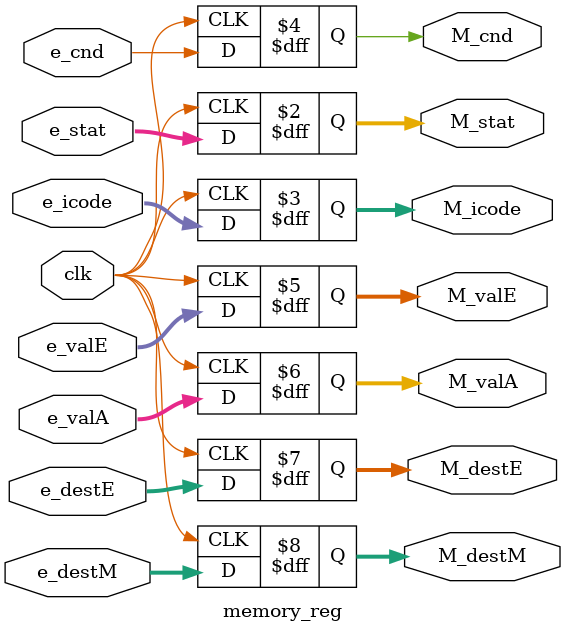
<source format=v>
module memory_reg(
    input clk,
    input [2:0] e_stat,
    input [3:0] e_icode,
    input e_cnd,
    input [63:0] e_valE,
    input [63:0] e_valA,
    input [3:0] e_destE,
    input [3:0] e_destM,

    output reg [2:0] M_stat,
    output reg [3:0] M_icode,
    output reg M_cnd,
    output reg [63:0] M_valE,
    output reg [63:0] M_valA,
    output reg [3:0] M_destE,
    output reg [3:0] M_destM
);

always @(posedge clk)
begin
    M_stat = e_stat; //might be <= instead of =
    M_icode = e_icode;
    M_cnd = e_cnd;
    M_valE = e_valE;
    M_valA = e_valA;
    M_destE = e_destE;
    M_destM = e_destM;
end
endmodule
</source>
